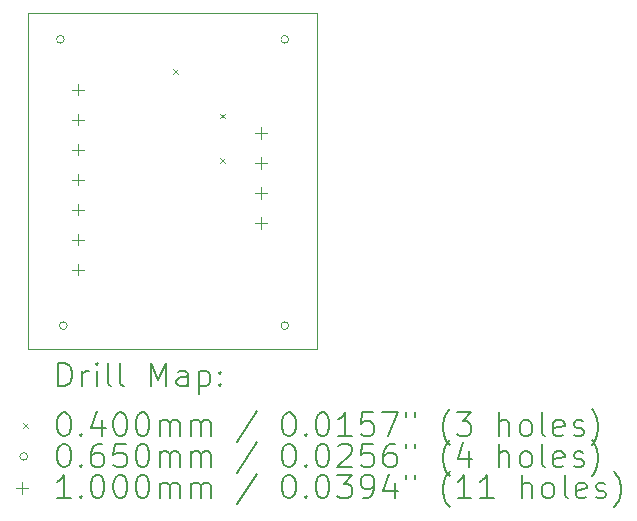
<source format=gbr>
%TF.GenerationSoftware,KiCad,Pcbnew,8.0.01-1-dev-1e03266dfe*%
%TF.CreationDate,2024-03-02T01:48:11-08:00*%
%TF.ProjectId,sfh7074_breakoutboard,73666837-3037-4345-9f62-7265616b6f75,rev?*%
%TF.SameCoordinates,Original*%
%TF.FileFunction,Drillmap*%
%TF.FilePolarity,Positive*%
%FSLAX45Y45*%
G04 Gerber Fmt 4.5, Leading zero omitted, Abs format (unit mm)*
G04 Created by KiCad (PCBNEW 8.0.01-1-dev-1e03266dfe) date 2024-03-02 01:48:11*
%MOMM*%
%LPD*%
G01*
G04 APERTURE LIST*
%ADD10C,0.050000*%
%ADD11C,0.200000*%
%ADD12C,0.100000*%
G04 APERTURE END LIST*
D10*
X1975000Y-1450000D02*
X4425000Y-1450000D01*
X4425000Y-4300000D01*
X1975000Y-4300000D01*
X1975000Y-1450000D01*
D11*
D12*
X3205000Y-1930000D02*
X3245000Y-1970000D01*
X3245000Y-1930000D02*
X3205000Y-1970000D01*
X3605000Y-2305000D02*
X3645000Y-2345000D01*
X3645000Y-2305000D02*
X3605000Y-2345000D01*
X3605000Y-2680000D02*
X3645000Y-2720000D01*
X3645000Y-2680000D02*
X3605000Y-2720000D01*
X2282500Y-1675000D02*
G75*
G02*
X2217500Y-1675000I-32500J0D01*
G01*
X2217500Y-1675000D02*
G75*
G02*
X2282500Y-1675000I32500J0D01*
G01*
X2307500Y-4100000D02*
G75*
G02*
X2242500Y-4100000I-32500J0D01*
G01*
X2242500Y-4100000D02*
G75*
G02*
X2307500Y-4100000I32500J0D01*
G01*
X4182500Y-1675000D02*
G75*
G02*
X4117500Y-1675000I-32500J0D01*
G01*
X4117500Y-1675000D02*
G75*
G02*
X4182500Y-1675000I32500J0D01*
G01*
X4182500Y-4100000D02*
G75*
G02*
X4117500Y-4100000I-32500J0D01*
G01*
X4117500Y-4100000D02*
G75*
G02*
X4182500Y-4100000I32500J0D01*
G01*
X2400000Y-2050000D02*
X2400000Y-2150000D01*
X2350000Y-2100000D02*
X2450000Y-2100000D01*
X2400000Y-2304000D02*
X2400000Y-2404000D01*
X2350000Y-2354000D02*
X2450000Y-2354000D01*
X2400000Y-2558000D02*
X2400000Y-2658000D01*
X2350000Y-2608000D02*
X2450000Y-2608000D01*
X2400000Y-2812000D02*
X2400000Y-2912000D01*
X2350000Y-2862000D02*
X2450000Y-2862000D01*
X2400000Y-3066000D02*
X2400000Y-3166000D01*
X2350000Y-3116000D02*
X2450000Y-3116000D01*
X2400000Y-3320000D02*
X2400000Y-3420000D01*
X2350000Y-3370000D02*
X2450000Y-3370000D01*
X2400000Y-3574000D02*
X2400000Y-3674000D01*
X2350000Y-3624000D02*
X2450000Y-3624000D01*
X3950000Y-2415000D02*
X3950000Y-2515000D01*
X3900000Y-2465000D02*
X4000000Y-2465000D01*
X3950000Y-2669000D02*
X3950000Y-2769000D01*
X3900000Y-2719000D02*
X4000000Y-2719000D01*
X3950000Y-2923000D02*
X3950000Y-3023000D01*
X3900000Y-2973000D02*
X4000000Y-2973000D01*
X3950000Y-3177000D02*
X3950000Y-3277000D01*
X3900000Y-3227000D02*
X4000000Y-3227000D01*
D11*
X2233277Y-4613984D02*
X2233277Y-4413984D01*
X2233277Y-4413984D02*
X2280896Y-4413984D01*
X2280896Y-4413984D02*
X2309467Y-4423508D01*
X2309467Y-4423508D02*
X2328515Y-4442555D01*
X2328515Y-4442555D02*
X2338039Y-4461603D01*
X2338039Y-4461603D02*
X2347563Y-4499698D01*
X2347563Y-4499698D02*
X2347563Y-4528270D01*
X2347563Y-4528270D02*
X2338039Y-4566365D01*
X2338039Y-4566365D02*
X2328515Y-4585412D01*
X2328515Y-4585412D02*
X2309467Y-4604460D01*
X2309467Y-4604460D02*
X2280896Y-4613984D01*
X2280896Y-4613984D02*
X2233277Y-4613984D01*
X2433277Y-4613984D02*
X2433277Y-4480650D01*
X2433277Y-4518746D02*
X2442801Y-4499698D01*
X2442801Y-4499698D02*
X2452324Y-4490174D01*
X2452324Y-4490174D02*
X2471372Y-4480650D01*
X2471372Y-4480650D02*
X2490420Y-4480650D01*
X2557086Y-4613984D02*
X2557086Y-4480650D01*
X2557086Y-4413984D02*
X2547563Y-4423508D01*
X2547563Y-4423508D02*
X2557086Y-4433031D01*
X2557086Y-4433031D02*
X2566610Y-4423508D01*
X2566610Y-4423508D02*
X2557086Y-4413984D01*
X2557086Y-4413984D02*
X2557086Y-4433031D01*
X2680896Y-4613984D02*
X2661848Y-4604460D01*
X2661848Y-4604460D02*
X2652324Y-4585412D01*
X2652324Y-4585412D02*
X2652324Y-4413984D01*
X2785658Y-4613984D02*
X2766610Y-4604460D01*
X2766610Y-4604460D02*
X2757086Y-4585412D01*
X2757086Y-4585412D02*
X2757086Y-4413984D01*
X3014229Y-4613984D02*
X3014229Y-4413984D01*
X3014229Y-4413984D02*
X3080896Y-4556841D01*
X3080896Y-4556841D02*
X3147562Y-4413984D01*
X3147562Y-4413984D02*
X3147562Y-4613984D01*
X3328515Y-4613984D02*
X3328515Y-4509222D01*
X3328515Y-4509222D02*
X3318991Y-4490174D01*
X3318991Y-4490174D02*
X3299943Y-4480650D01*
X3299943Y-4480650D02*
X3261848Y-4480650D01*
X3261848Y-4480650D02*
X3242801Y-4490174D01*
X3328515Y-4604460D02*
X3309467Y-4613984D01*
X3309467Y-4613984D02*
X3261848Y-4613984D01*
X3261848Y-4613984D02*
X3242801Y-4604460D01*
X3242801Y-4604460D02*
X3233277Y-4585412D01*
X3233277Y-4585412D02*
X3233277Y-4566365D01*
X3233277Y-4566365D02*
X3242801Y-4547317D01*
X3242801Y-4547317D02*
X3261848Y-4537793D01*
X3261848Y-4537793D02*
X3309467Y-4537793D01*
X3309467Y-4537793D02*
X3328515Y-4528270D01*
X3423753Y-4480650D02*
X3423753Y-4680650D01*
X3423753Y-4490174D02*
X3442801Y-4480650D01*
X3442801Y-4480650D02*
X3480896Y-4480650D01*
X3480896Y-4480650D02*
X3499943Y-4490174D01*
X3499943Y-4490174D02*
X3509467Y-4499698D01*
X3509467Y-4499698D02*
X3518991Y-4518746D01*
X3518991Y-4518746D02*
X3518991Y-4575889D01*
X3518991Y-4575889D02*
X3509467Y-4594936D01*
X3509467Y-4594936D02*
X3499943Y-4604460D01*
X3499943Y-4604460D02*
X3480896Y-4613984D01*
X3480896Y-4613984D02*
X3442801Y-4613984D01*
X3442801Y-4613984D02*
X3423753Y-4604460D01*
X3604705Y-4594936D02*
X3614229Y-4604460D01*
X3614229Y-4604460D02*
X3604705Y-4613984D01*
X3604705Y-4613984D02*
X3595182Y-4604460D01*
X3595182Y-4604460D02*
X3604705Y-4594936D01*
X3604705Y-4594936D02*
X3604705Y-4613984D01*
X3604705Y-4490174D02*
X3614229Y-4499698D01*
X3614229Y-4499698D02*
X3604705Y-4509222D01*
X3604705Y-4509222D02*
X3595182Y-4499698D01*
X3595182Y-4499698D02*
X3604705Y-4490174D01*
X3604705Y-4490174D02*
X3604705Y-4509222D01*
D12*
X1932500Y-4922500D02*
X1972500Y-4962500D01*
X1972500Y-4922500D02*
X1932500Y-4962500D01*
D11*
X2271372Y-4833984D02*
X2290420Y-4833984D01*
X2290420Y-4833984D02*
X2309467Y-4843508D01*
X2309467Y-4843508D02*
X2318991Y-4853031D01*
X2318991Y-4853031D02*
X2328515Y-4872079D01*
X2328515Y-4872079D02*
X2338039Y-4910174D01*
X2338039Y-4910174D02*
X2338039Y-4957793D01*
X2338039Y-4957793D02*
X2328515Y-4995889D01*
X2328515Y-4995889D02*
X2318991Y-5014936D01*
X2318991Y-5014936D02*
X2309467Y-5024460D01*
X2309467Y-5024460D02*
X2290420Y-5033984D01*
X2290420Y-5033984D02*
X2271372Y-5033984D01*
X2271372Y-5033984D02*
X2252324Y-5024460D01*
X2252324Y-5024460D02*
X2242801Y-5014936D01*
X2242801Y-5014936D02*
X2233277Y-4995889D01*
X2233277Y-4995889D02*
X2223753Y-4957793D01*
X2223753Y-4957793D02*
X2223753Y-4910174D01*
X2223753Y-4910174D02*
X2233277Y-4872079D01*
X2233277Y-4872079D02*
X2242801Y-4853031D01*
X2242801Y-4853031D02*
X2252324Y-4843508D01*
X2252324Y-4843508D02*
X2271372Y-4833984D01*
X2423753Y-5014936D02*
X2433277Y-5024460D01*
X2433277Y-5024460D02*
X2423753Y-5033984D01*
X2423753Y-5033984D02*
X2414229Y-5024460D01*
X2414229Y-5024460D02*
X2423753Y-5014936D01*
X2423753Y-5014936D02*
X2423753Y-5033984D01*
X2604705Y-4900650D02*
X2604705Y-5033984D01*
X2557086Y-4824460D02*
X2509467Y-4967317D01*
X2509467Y-4967317D02*
X2633277Y-4967317D01*
X2747563Y-4833984D02*
X2766610Y-4833984D01*
X2766610Y-4833984D02*
X2785658Y-4843508D01*
X2785658Y-4843508D02*
X2795182Y-4853031D01*
X2795182Y-4853031D02*
X2804705Y-4872079D01*
X2804705Y-4872079D02*
X2814229Y-4910174D01*
X2814229Y-4910174D02*
X2814229Y-4957793D01*
X2814229Y-4957793D02*
X2804705Y-4995889D01*
X2804705Y-4995889D02*
X2795182Y-5014936D01*
X2795182Y-5014936D02*
X2785658Y-5024460D01*
X2785658Y-5024460D02*
X2766610Y-5033984D01*
X2766610Y-5033984D02*
X2747563Y-5033984D01*
X2747563Y-5033984D02*
X2728515Y-5024460D01*
X2728515Y-5024460D02*
X2718991Y-5014936D01*
X2718991Y-5014936D02*
X2709467Y-4995889D01*
X2709467Y-4995889D02*
X2699944Y-4957793D01*
X2699944Y-4957793D02*
X2699944Y-4910174D01*
X2699944Y-4910174D02*
X2709467Y-4872079D01*
X2709467Y-4872079D02*
X2718991Y-4853031D01*
X2718991Y-4853031D02*
X2728515Y-4843508D01*
X2728515Y-4843508D02*
X2747563Y-4833984D01*
X2938039Y-4833984D02*
X2957086Y-4833984D01*
X2957086Y-4833984D02*
X2976134Y-4843508D01*
X2976134Y-4843508D02*
X2985658Y-4853031D01*
X2985658Y-4853031D02*
X2995182Y-4872079D01*
X2995182Y-4872079D02*
X3004705Y-4910174D01*
X3004705Y-4910174D02*
X3004705Y-4957793D01*
X3004705Y-4957793D02*
X2995182Y-4995889D01*
X2995182Y-4995889D02*
X2985658Y-5014936D01*
X2985658Y-5014936D02*
X2976134Y-5024460D01*
X2976134Y-5024460D02*
X2957086Y-5033984D01*
X2957086Y-5033984D02*
X2938039Y-5033984D01*
X2938039Y-5033984D02*
X2918991Y-5024460D01*
X2918991Y-5024460D02*
X2909467Y-5014936D01*
X2909467Y-5014936D02*
X2899943Y-4995889D01*
X2899943Y-4995889D02*
X2890420Y-4957793D01*
X2890420Y-4957793D02*
X2890420Y-4910174D01*
X2890420Y-4910174D02*
X2899943Y-4872079D01*
X2899943Y-4872079D02*
X2909467Y-4853031D01*
X2909467Y-4853031D02*
X2918991Y-4843508D01*
X2918991Y-4843508D02*
X2938039Y-4833984D01*
X3090420Y-5033984D02*
X3090420Y-4900650D01*
X3090420Y-4919698D02*
X3099943Y-4910174D01*
X3099943Y-4910174D02*
X3118991Y-4900650D01*
X3118991Y-4900650D02*
X3147563Y-4900650D01*
X3147563Y-4900650D02*
X3166610Y-4910174D01*
X3166610Y-4910174D02*
X3176134Y-4929222D01*
X3176134Y-4929222D02*
X3176134Y-5033984D01*
X3176134Y-4929222D02*
X3185658Y-4910174D01*
X3185658Y-4910174D02*
X3204705Y-4900650D01*
X3204705Y-4900650D02*
X3233277Y-4900650D01*
X3233277Y-4900650D02*
X3252324Y-4910174D01*
X3252324Y-4910174D02*
X3261848Y-4929222D01*
X3261848Y-4929222D02*
X3261848Y-5033984D01*
X3357086Y-5033984D02*
X3357086Y-4900650D01*
X3357086Y-4919698D02*
X3366610Y-4910174D01*
X3366610Y-4910174D02*
X3385658Y-4900650D01*
X3385658Y-4900650D02*
X3414229Y-4900650D01*
X3414229Y-4900650D02*
X3433277Y-4910174D01*
X3433277Y-4910174D02*
X3442801Y-4929222D01*
X3442801Y-4929222D02*
X3442801Y-5033984D01*
X3442801Y-4929222D02*
X3452324Y-4910174D01*
X3452324Y-4910174D02*
X3471372Y-4900650D01*
X3471372Y-4900650D02*
X3499943Y-4900650D01*
X3499943Y-4900650D02*
X3518991Y-4910174D01*
X3518991Y-4910174D02*
X3528515Y-4929222D01*
X3528515Y-4929222D02*
X3528515Y-5033984D01*
X3918991Y-4824460D02*
X3747563Y-5081603D01*
X4176134Y-4833984D02*
X4195182Y-4833984D01*
X4195182Y-4833984D02*
X4214229Y-4843508D01*
X4214229Y-4843508D02*
X4223753Y-4853031D01*
X4223753Y-4853031D02*
X4233277Y-4872079D01*
X4233277Y-4872079D02*
X4242801Y-4910174D01*
X4242801Y-4910174D02*
X4242801Y-4957793D01*
X4242801Y-4957793D02*
X4233277Y-4995889D01*
X4233277Y-4995889D02*
X4223753Y-5014936D01*
X4223753Y-5014936D02*
X4214229Y-5024460D01*
X4214229Y-5024460D02*
X4195182Y-5033984D01*
X4195182Y-5033984D02*
X4176134Y-5033984D01*
X4176134Y-5033984D02*
X4157086Y-5024460D01*
X4157086Y-5024460D02*
X4147563Y-5014936D01*
X4147563Y-5014936D02*
X4138039Y-4995889D01*
X4138039Y-4995889D02*
X4128515Y-4957793D01*
X4128515Y-4957793D02*
X4128515Y-4910174D01*
X4128515Y-4910174D02*
X4138039Y-4872079D01*
X4138039Y-4872079D02*
X4147563Y-4853031D01*
X4147563Y-4853031D02*
X4157086Y-4843508D01*
X4157086Y-4843508D02*
X4176134Y-4833984D01*
X4328515Y-5014936D02*
X4338039Y-5024460D01*
X4338039Y-5024460D02*
X4328515Y-5033984D01*
X4328515Y-5033984D02*
X4318991Y-5024460D01*
X4318991Y-5024460D02*
X4328515Y-5014936D01*
X4328515Y-5014936D02*
X4328515Y-5033984D01*
X4461848Y-4833984D02*
X4480896Y-4833984D01*
X4480896Y-4833984D02*
X4499944Y-4843508D01*
X4499944Y-4843508D02*
X4509468Y-4853031D01*
X4509468Y-4853031D02*
X4518991Y-4872079D01*
X4518991Y-4872079D02*
X4528515Y-4910174D01*
X4528515Y-4910174D02*
X4528515Y-4957793D01*
X4528515Y-4957793D02*
X4518991Y-4995889D01*
X4518991Y-4995889D02*
X4509468Y-5014936D01*
X4509468Y-5014936D02*
X4499944Y-5024460D01*
X4499944Y-5024460D02*
X4480896Y-5033984D01*
X4480896Y-5033984D02*
X4461848Y-5033984D01*
X4461848Y-5033984D02*
X4442801Y-5024460D01*
X4442801Y-5024460D02*
X4433277Y-5014936D01*
X4433277Y-5014936D02*
X4423753Y-4995889D01*
X4423753Y-4995889D02*
X4414229Y-4957793D01*
X4414229Y-4957793D02*
X4414229Y-4910174D01*
X4414229Y-4910174D02*
X4423753Y-4872079D01*
X4423753Y-4872079D02*
X4433277Y-4853031D01*
X4433277Y-4853031D02*
X4442801Y-4843508D01*
X4442801Y-4843508D02*
X4461848Y-4833984D01*
X4718991Y-5033984D02*
X4604706Y-5033984D01*
X4661848Y-5033984D02*
X4661848Y-4833984D01*
X4661848Y-4833984D02*
X4642801Y-4862555D01*
X4642801Y-4862555D02*
X4623753Y-4881603D01*
X4623753Y-4881603D02*
X4604706Y-4891127D01*
X4899944Y-4833984D02*
X4804706Y-4833984D01*
X4804706Y-4833984D02*
X4795182Y-4929222D01*
X4795182Y-4929222D02*
X4804706Y-4919698D01*
X4804706Y-4919698D02*
X4823753Y-4910174D01*
X4823753Y-4910174D02*
X4871372Y-4910174D01*
X4871372Y-4910174D02*
X4890420Y-4919698D01*
X4890420Y-4919698D02*
X4899944Y-4929222D01*
X4899944Y-4929222D02*
X4909468Y-4948270D01*
X4909468Y-4948270D02*
X4909468Y-4995889D01*
X4909468Y-4995889D02*
X4899944Y-5014936D01*
X4899944Y-5014936D02*
X4890420Y-5024460D01*
X4890420Y-5024460D02*
X4871372Y-5033984D01*
X4871372Y-5033984D02*
X4823753Y-5033984D01*
X4823753Y-5033984D02*
X4804706Y-5024460D01*
X4804706Y-5024460D02*
X4795182Y-5014936D01*
X4976134Y-4833984D02*
X5109468Y-4833984D01*
X5109468Y-4833984D02*
X5023753Y-5033984D01*
X5176134Y-4833984D02*
X5176134Y-4872079D01*
X5252325Y-4833984D02*
X5252325Y-4872079D01*
X5547563Y-5110174D02*
X5538039Y-5100650D01*
X5538039Y-5100650D02*
X5518991Y-5072079D01*
X5518991Y-5072079D02*
X5509468Y-5053031D01*
X5509468Y-5053031D02*
X5499944Y-5024460D01*
X5499944Y-5024460D02*
X5490420Y-4976841D01*
X5490420Y-4976841D02*
X5490420Y-4938746D01*
X5490420Y-4938746D02*
X5499944Y-4891127D01*
X5499944Y-4891127D02*
X5509468Y-4862555D01*
X5509468Y-4862555D02*
X5518991Y-4843508D01*
X5518991Y-4843508D02*
X5538039Y-4814936D01*
X5538039Y-4814936D02*
X5547563Y-4805412D01*
X5604706Y-4833984D02*
X5728515Y-4833984D01*
X5728515Y-4833984D02*
X5661848Y-4910174D01*
X5661848Y-4910174D02*
X5690420Y-4910174D01*
X5690420Y-4910174D02*
X5709468Y-4919698D01*
X5709468Y-4919698D02*
X5718991Y-4929222D01*
X5718991Y-4929222D02*
X5728515Y-4948270D01*
X5728515Y-4948270D02*
X5728515Y-4995889D01*
X5728515Y-4995889D02*
X5718991Y-5014936D01*
X5718991Y-5014936D02*
X5709468Y-5024460D01*
X5709468Y-5024460D02*
X5690420Y-5033984D01*
X5690420Y-5033984D02*
X5633277Y-5033984D01*
X5633277Y-5033984D02*
X5614229Y-5024460D01*
X5614229Y-5024460D02*
X5604706Y-5014936D01*
X5966610Y-5033984D02*
X5966610Y-4833984D01*
X6052325Y-5033984D02*
X6052325Y-4929222D01*
X6052325Y-4929222D02*
X6042801Y-4910174D01*
X6042801Y-4910174D02*
X6023753Y-4900650D01*
X6023753Y-4900650D02*
X5995182Y-4900650D01*
X5995182Y-4900650D02*
X5976134Y-4910174D01*
X5976134Y-4910174D02*
X5966610Y-4919698D01*
X6176134Y-5033984D02*
X6157087Y-5024460D01*
X6157087Y-5024460D02*
X6147563Y-5014936D01*
X6147563Y-5014936D02*
X6138039Y-4995889D01*
X6138039Y-4995889D02*
X6138039Y-4938746D01*
X6138039Y-4938746D02*
X6147563Y-4919698D01*
X6147563Y-4919698D02*
X6157087Y-4910174D01*
X6157087Y-4910174D02*
X6176134Y-4900650D01*
X6176134Y-4900650D02*
X6204706Y-4900650D01*
X6204706Y-4900650D02*
X6223753Y-4910174D01*
X6223753Y-4910174D02*
X6233277Y-4919698D01*
X6233277Y-4919698D02*
X6242801Y-4938746D01*
X6242801Y-4938746D02*
X6242801Y-4995889D01*
X6242801Y-4995889D02*
X6233277Y-5014936D01*
X6233277Y-5014936D02*
X6223753Y-5024460D01*
X6223753Y-5024460D02*
X6204706Y-5033984D01*
X6204706Y-5033984D02*
X6176134Y-5033984D01*
X6357087Y-5033984D02*
X6338039Y-5024460D01*
X6338039Y-5024460D02*
X6328515Y-5005412D01*
X6328515Y-5005412D02*
X6328515Y-4833984D01*
X6509468Y-5024460D02*
X6490420Y-5033984D01*
X6490420Y-5033984D02*
X6452325Y-5033984D01*
X6452325Y-5033984D02*
X6433277Y-5024460D01*
X6433277Y-5024460D02*
X6423753Y-5005412D01*
X6423753Y-5005412D02*
X6423753Y-4929222D01*
X6423753Y-4929222D02*
X6433277Y-4910174D01*
X6433277Y-4910174D02*
X6452325Y-4900650D01*
X6452325Y-4900650D02*
X6490420Y-4900650D01*
X6490420Y-4900650D02*
X6509468Y-4910174D01*
X6509468Y-4910174D02*
X6518991Y-4929222D01*
X6518991Y-4929222D02*
X6518991Y-4948270D01*
X6518991Y-4948270D02*
X6423753Y-4967317D01*
X6595182Y-5024460D02*
X6614230Y-5033984D01*
X6614230Y-5033984D02*
X6652325Y-5033984D01*
X6652325Y-5033984D02*
X6671372Y-5024460D01*
X6671372Y-5024460D02*
X6680896Y-5005412D01*
X6680896Y-5005412D02*
X6680896Y-4995889D01*
X6680896Y-4995889D02*
X6671372Y-4976841D01*
X6671372Y-4976841D02*
X6652325Y-4967317D01*
X6652325Y-4967317D02*
X6623753Y-4967317D01*
X6623753Y-4967317D02*
X6604706Y-4957793D01*
X6604706Y-4957793D02*
X6595182Y-4938746D01*
X6595182Y-4938746D02*
X6595182Y-4929222D01*
X6595182Y-4929222D02*
X6604706Y-4910174D01*
X6604706Y-4910174D02*
X6623753Y-4900650D01*
X6623753Y-4900650D02*
X6652325Y-4900650D01*
X6652325Y-4900650D02*
X6671372Y-4910174D01*
X6747563Y-5110174D02*
X6757087Y-5100650D01*
X6757087Y-5100650D02*
X6776134Y-5072079D01*
X6776134Y-5072079D02*
X6785658Y-5053031D01*
X6785658Y-5053031D02*
X6795182Y-5024460D01*
X6795182Y-5024460D02*
X6804706Y-4976841D01*
X6804706Y-4976841D02*
X6804706Y-4938746D01*
X6804706Y-4938746D02*
X6795182Y-4891127D01*
X6795182Y-4891127D02*
X6785658Y-4862555D01*
X6785658Y-4862555D02*
X6776134Y-4843508D01*
X6776134Y-4843508D02*
X6757087Y-4814936D01*
X6757087Y-4814936D02*
X6747563Y-4805412D01*
D12*
X1972500Y-5206500D02*
G75*
G02*
X1907500Y-5206500I-32500J0D01*
G01*
X1907500Y-5206500D02*
G75*
G02*
X1972500Y-5206500I32500J0D01*
G01*
D11*
X2271372Y-5097984D02*
X2290420Y-5097984D01*
X2290420Y-5097984D02*
X2309467Y-5107508D01*
X2309467Y-5107508D02*
X2318991Y-5117031D01*
X2318991Y-5117031D02*
X2328515Y-5136079D01*
X2328515Y-5136079D02*
X2338039Y-5174174D01*
X2338039Y-5174174D02*
X2338039Y-5221793D01*
X2338039Y-5221793D02*
X2328515Y-5259889D01*
X2328515Y-5259889D02*
X2318991Y-5278936D01*
X2318991Y-5278936D02*
X2309467Y-5288460D01*
X2309467Y-5288460D02*
X2290420Y-5297984D01*
X2290420Y-5297984D02*
X2271372Y-5297984D01*
X2271372Y-5297984D02*
X2252324Y-5288460D01*
X2252324Y-5288460D02*
X2242801Y-5278936D01*
X2242801Y-5278936D02*
X2233277Y-5259889D01*
X2233277Y-5259889D02*
X2223753Y-5221793D01*
X2223753Y-5221793D02*
X2223753Y-5174174D01*
X2223753Y-5174174D02*
X2233277Y-5136079D01*
X2233277Y-5136079D02*
X2242801Y-5117031D01*
X2242801Y-5117031D02*
X2252324Y-5107508D01*
X2252324Y-5107508D02*
X2271372Y-5097984D01*
X2423753Y-5278936D02*
X2433277Y-5288460D01*
X2433277Y-5288460D02*
X2423753Y-5297984D01*
X2423753Y-5297984D02*
X2414229Y-5288460D01*
X2414229Y-5288460D02*
X2423753Y-5278936D01*
X2423753Y-5278936D02*
X2423753Y-5297984D01*
X2604705Y-5097984D02*
X2566610Y-5097984D01*
X2566610Y-5097984D02*
X2547563Y-5107508D01*
X2547563Y-5107508D02*
X2538039Y-5117031D01*
X2538039Y-5117031D02*
X2518991Y-5145603D01*
X2518991Y-5145603D02*
X2509467Y-5183698D01*
X2509467Y-5183698D02*
X2509467Y-5259889D01*
X2509467Y-5259889D02*
X2518991Y-5278936D01*
X2518991Y-5278936D02*
X2528515Y-5288460D01*
X2528515Y-5288460D02*
X2547563Y-5297984D01*
X2547563Y-5297984D02*
X2585658Y-5297984D01*
X2585658Y-5297984D02*
X2604705Y-5288460D01*
X2604705Y-5288460D02*
X2614229Y-5278936D01*
X2614229Y-5278936D02*
X2623753Y-5259889D01*
X2623753Y-5259889D02*
X2623753Y-5212270D01*
X2623753Y-5212270D02*
X2614229Y-5193222D01*
X2614229Y-5193222D02*
X2604705Y-5183698D01*
X2604705Y-5183698D02*
X2585658Y-5174174D01*
X2585658Y-5174174D02*
X2547563Y-5174174D01*
X2547563Y-5174174D02*
X2528515Y-5183698D01*
X2528515Y-5183698D02*
X2518991Y-5193222D01*
X2518991Y-5193222D02*
X2509467Y-5212270D01*
X2804705Y-5097984D02*
X2709467Y-5097984D01*
X2709467Y-5097984D02*
X2699944Y-5193222D01*
X2699944Y-5193222D02*
X2709467Y-5183698D01*
X2709467Y-5183698D02*
X2728515Y-5174174D01*
X2728515Y-5174174D02*
X2776134Y-5174174D01*
X2776134Y-5174174D02*
X2795182Y-5183698D01*
X2795182Y-5183698D02*
X2804705Y-5193222D01*
X2804705Y-5193222D02*
X2814229Y-5212270D01*
X2814229Y-5212270D02*
X2814229Y-5259889D01*
X2814229Y-5259889D02*
X2804705Y-5278936D01*
X2804705Y-5278936D02*
X2795182Y-5288460D01*
X2795182Y-5288460D02*
X2776134Y-5297984D01*
X2776134Y-5297984D02*
X2728515Y-5297984D01*
X2728515Y-5297984D02*
X2709467Y-5288460D01*
X2709467Y-5288460D02*
X2699944Y-5278936D01*
X2938039Y-5097984D02*
X2957086Y-5097984D01*
X2957086Y-5097984D02*
X2976134Y-5107508D01*
X2976134Y-5107508D02*
X2985658Y-5117031D01*
X2985658Y-5117031D02*
X2995182Y-5136079D01*
X2995182Y-5136079D02*
X3004705Y-5174174D01*
X3004705Y-5174174D02*
X3004705Y-5221793D01*
X3004705Y-5221793D02*
X2995182Y-5259889D01*
X2995182Y-5259889D02*
X2985658Y-5278936D01*
X2985658Y-5278936D02*
X2976134Y-5288460D01*
X2976134Y-5288460D02*
X2957086Y-5297984D01*
X2957086Y-5297984D02*
X2938039Y-5297984D01*
X2938039Y-5297984D02*
X2918991Y-5288460D01*
X2918991Y-5288460D02*
X2909467Y-5278936D01*
X2909467Y-5278936D02*
X2899943Y-5259889D01*
X2899943Y-5259889D02*
X2890420Y-5221793D01*
X2890420Y-5221793D02*
X2890420Y-5174174D01*
X2890420Y-5174174D02*
X2899943Y-5136079D01*
X2899943Y-5136079D02*
X2909467Y-5117031D01*
X2909467Y-5117031D02*
X2918991Y-5107508D01*
X2918991Y-5107508D02*
X2938039Y-5097984D01*
X3090420Y-5297984D02*
X3090420Y-5164650D01*
X3090420Y-5183698D02*
X3099943Y-5174174D01*
X3099943Y-5174174D02*
X3118991Y-5164650D01*
X3118991Y-5164650D02*
X3147563Y-5164650D01*
X3147563Y-5164650D02*
X3166610Y-5174174D01*
X3166610Y-5174174D02*
X3176134Y-5193222D01*
X3176134Y-5193222D02*
X3176134Y-5297984D01*
X3176134Y-5193222D02*
X3185658Y-5174174D01*
X3185658Y-5174174D02*
X3204705Y-5164650D01*
X3204705Y-5164650D02*
X3233277Y-5164650D01*
X3233277Y-5164650D02*
X3252324Y-5174174D01*
X3252324Y-5174174D02*
X3261848Y-5193222D01*
X3261848Y-5193222D02*
X3261848Y-5297984D01*
X3357086Y-5297984D02*
X3357086Y-5164650D01*
X3357086Y-5183698D02*
X3366610Y-5174174D01*
X3366610Y-5174174D02*
X3385658Y-5164650D01*
X3385658Y-5164650D02*
X3414229Y-5164650D01*
X3414229Y-5164650D02*
X3433277Y-5174174D01*
X3433277Y-5174174D02*
X3442801Y-5193222D01*
X3442801Y-5193222D02*
X3442801Y-5297984D01*
X3442801Y-5193222D02*
X3452324Y-5174174D01*
X3452324Y-5174174D02*
X3471372Y-5164650D01*
X3471372Y-5164650D02*
X3499943Y-5164650D01*
X3499943Y-5164650D02*
X3518991Y-5174174D01*
X3518991Y-5174174D02*
X3528515Y-5193222D01*
X3528515Y-5193222D02*
X3528515Y-5297984D01*
X3918991Y-5088460D02*
X3747563Y-5345603D01*
X4176134Y-5097984D02*
X4195182Y-5097984D01*
X4195182Y-5097984D02*
X4214229Y-5107508D01*
X4214229Y-5107508D02*
X4223753Y-5117031D01*
X4223753Y-5117031D02*
X4233277Y-5136079D01*
X4233277Y-5136079D02*
X4242801Y-5174174D01*
X4242801Y-5174174D02*
X4242801Y-5221793D01*
X4242801Y-5221793D02*
X4233277Y-5259889D01*
X4233277Y-5259889D02*
X4223753Y-5278936D01*
X4223753Y-5278936D02*
X4214229Y-5288460D01*
X4214229Y-5288460D02*
X4195182Y-5297984D01*
X4195182Y-5297984D02*
X4176134Y-5297984D01*
X4176134Y-5297984D02*
X4157086Y-5288460D01*
X4157086Y-5288460D02*
X4147563Y-5278936D01*
X4147563Y-5278936D02*
X4138039Y-5259889D01*
X4138039Y-5259889D02*
X4128515Y-5221793D01*
X4128515Y-5221793D02*
X4128515Y-5174174D01*
X4128515Y-5174174D02*
X4138039Y-5136079D01*
X4138039Y-5136079D02*
X4147563Y-5117031D01*
X4147563Y-5117031D02*
X4157086Y-5107508D01*
X4157086Y-5107508D02*
X4176134Y-5097984D01*
X4328515Y-5278936D02*
X4338039Y-5288460D01*
X4338039Y-5288460D02*
X4328515Y-5297984D01*
X4328515Y-5297984D02*
X4318991Y-5288460D01*
X4318991Y-5288460D02*
X4328515Y-5278936D01*
X4328515Y-5278936D02*
X4328515Y-5297984D01*
X4461848Y-5097984D02*
X4480896Y-5097984D01*
X4480896Y-5097984D02*
X4499944Y-5107508D01*
X4499944Y-5107508D02*
X4509468Y-5117031D01*
X4509468Y-5117031D02*
X4518991Y-5136079D01*
X4518991Y-5136079D02*
X4528515Y-5174174D01*
X4528515Y-5174174D02*
X4528515Y-5221793D01*
X4528515Y-5221793D02*
X4518991Y-5259889D01*
X4518991Y-5259889D02*
X4509468Y-5278936D01*
X4509468Y-5278936D02*
X4499944Y-5288460D01*
X4499944Y-5288460D02*
X4480896Y-5297984D01*
X4480896Y-5297984D02*
X4461848Y-5297984D01*
X4461848Y-5297984D02*
X4442801Y-5288460D01*
X4442801Y-5288460D02*
X4433277Y-5278936D01*
X4433277Y-5278936D02*
X4423753Y-5259889D01*
X4423753Y-5259889D02*
X4414229Y-5221793D01*
X4414229Y-5221793D02*
X4414229Y-5174174D01*
X4414229Y-5174174D02*
X4423753Y-5136079D01*
X4423753Y-5136079D02*
X4433277Y-5117031D01*
X4433277Y-5117031D02*
X4442801Y-5107508D01*
X4442801Y-5107508D02*
X4461848Y-5097984D01*
X4604706Y-5117031D02*
X4614229Y-5107508D01*
X4614229Y-5107508D02*
X4633277Y-5097984D01*
X4633277Y-5097984D02*
X4680896Y-5097984D01*
X4680896Y-5097984D02*
X4699944Y-5107508D01*
X4699944Y-5107508D02*
X4709468Y-5117031D01*
X4709468Y-5117031D02*
X4718991Y-5136079D01*
X4718991Y-5136079D02*
X4718991Y-5155127D01*
X4718991Y-5155127D02*
X4709468Y-5183698D01*
X4709468Y-5183698D02*
X4595182Y-5297984D01*
X4595182Y-5297984D02*
X4718991Y-5297984D01*
X4899944Y-5097984D02*
X4804706Y-5097984D01*
X4804706Y-5097984D02*
X4795182Y-5193222D01*
X4795182Y-5193222D02*
X4804706Y-5183698D01*
X4804706Y-5183698D02*
X4823753Y-5174174D01*
X4823753Y-5174174D02*
X4871372Y-5174174D01*
X4871372Y-5174174D02*
X4890420Y-5183698D01*
X4890420Y-5183698D02*
X4899944Y-5193222D01*
X4899944Y-5193222D02*
X4909468Y-5212270D01*
X4909468Y-5212270D02*
X4909468Y-5259889D01*
X4909468Y-5259889D02*
X4899944Y-5278936D01*
X4899944Y-5278936D02*
X4890420Y-5288460D01*
X4890420Y-5288460D02*
X4871372Y-5297984D01*
X4871372Y-5297984D02*
X4823753Y-5297984D01*
X4823753Y-5297984D02*
X4804706Y-5288460D01*
X4804706Y-5288460D02*
X4795182Y-5278936D01*
X5080896Y-5097984D02*
X5042801Y-5097984D01*
X5042801Y-5097984D02*
X5023753Y-5107508D01*
X5023753Y-5107508D02*
X5014229Y-5117031D01*
X5014229Y-5117031D02*
X4995182Y-5145603D01*
X4995182Y-5145603D02*
X4985658Y-5183698D01*
X4985658Y-5183698D02*
X4985658Y-5259889D01*
X4985658Y-5259889D02*
X4995182Y-5278936D01*
X4995182Y-5278936D02*
X5004706Y-5288460D01*
X5004706Y-5288460D02*
X5023753Y-5297984D01*
X5023753Y-5297984D02*
X5061849Y-5297984D01*
X5061849Y-5297984D02*
X5080896Y-5288460D01*
X5080896Y-5288460D02*
X5090420Y-5278936D01*
X5090420Y-5278936D02*
X5099944Y-5259889D01*
X5099944Y-5259889D02*
X5099944Y-5212270D01*
X5099944Y-5212270D02*
X5090420Y-5193222D01*
X5090420Y-5193222D02*
X5080896Y-5183698D01*
X5080896Y-5183698D02*
X5061849Y-5174174D01*
X5061849Y-5174174D02*
X5023753Y-5174174D01*
X5023753Y-5174174D02*
X5004706Y-5183698D01*
X5004706Y-5183698D02*
X4995182Y-5193222D01*
X4995182Y-5193222D02*
X4985658Y-5212270D01*
X5176134Y-5097984D02*
X5176134Y-5136079D01*
X5252325Y-5097984D02*
X5252325Y-5136079D01*
X5547563Y-5374174D02*
X5538039Y-5364650D01*
X5538039Y-5364650D02*
X5518991Y-5336079D01*
X5518991Y-5336079D02*
X5509468Y-5317031D01*
X5509468Y-5317031D02*
X5499944Y-5288460D01*
X5499944Y-5288460D02*
X5490420Y-5240841D01*
X5490420Y-5240841D02*
X5490420Y-5202746D01*
X5490420Y-5202746D02*
X5499944Y-5155127D01*
X5499944Y-5155127D02*
X5509468Y-5126555D01*
X5509468Y-5126555D02*
X5518991Y-5107508D01*
X5518991Y-5107508D02*
X5538039Y-5078936D01*
X5538039Y-5078936D02*
X5547563Y-5069412D01*
X5709468Y-5164650D02*
X5709468Y-5297984D01*
X5661848Y-5088460D02*
X5614229Y-5231317D01*
X5614229Y-5231317D02*
X5738039Y-5231317D01*
X5966610Y-5297984D02*
X5966610Y-5097984D01*
X6052325Y-5297984D02*
X6052325Y-5193222D01*
X6052325Y-5193222D02*
X6042801Y-5174174D01*
X6042801Y-5174174D02*
X6023753Y-5164650D01*
X6023753Y-5164650D02*
X5995182Y-5164650D01*
X5995182Y-5164650D02*
X5976134Y-5174174D01*
X5976134Y-5174174D02*
X5966610Y-5183698D01*
X6176134Y-5297984D02*
X6157087Y-5288460D01*
X6157087Y-5288460D02*
X6147563Y-5278936D01*
X6147563Y-5278936D02*
X6138039Y-5259889D01*
X6138039Y-5259889D02*
X6138039Y-5202746D01*
X6138039Y-5202746D02*
X6147563Y-5183698D01*
X6147563Y-5183698D02*
X6157087Y-5174174D01*
X6157087Y-5174174D02*
X6176134Y-5164650D01*
X6176134Y-5164650D02*
X6204706Y-5164650D01*
X6204706Y-5164650D02*
X6223753Y-5174174D01*
X6223753Y-5174174D02*
X6233277Y-5183698D01*
X6233277Y-5183698D02*
X6242801Y-5202746D01*
X6242801Y-5202746D02*
X6242801Y-5259889D01*
X6242801Y-5259889D02*
X6233277Y-5278936D01*
X6233277Y-5278936D02*
X6223753Y-5288460D01*
X6223753Y-5288460D02*
X6204706Y-5297984D01*
X6204706Y-5297984D02*
X6176134Y-5297984D01*
X6357087Y-5297984D02*
X6338039Y-5288460D01*
X6338039Y-5288460D02*
X6328515Y-5269412D01*
X6328515Y-5269412D02*
X6328515Y-5097984D01*
X6509468Y-5288460D02*
X6490420Y-5297984D01*
X6490420Y-5297984D02*
X6452325Y-5297984D01*
X6452325Y-5297984D02*
X6433277Y-5288460D01*
X6433277Y-5288460D02*
X6423753Y-5269412D01*
X6423753Y-5269412D02*
X6423753Y-5193222D01*
X6423753Y-5193222D02*
X6433277Y-5174174D01*
X6433277Y-5174174D02*
X6452325Y-5164650D01*
X6452325Y-5164650D02*
X6490420Y-5164650D01*
X6490420Y-5164650D02*
X6509468Y-5174174D01*
X6509468Y-5174174D02*
X6518991Y-5193222D01*
X6518991Y-5193222D02*
X6518991Y-5212270D01*
X6518991Y-5212270D02*
X6423753Y-5231317D01*
X6595182Y-5288460D02*
X6614230Y-5297984D01*
X6614230Y-5297984D02*
X6652325Y-5297984D01*
X6652325Y-5297984D02*
X6671372Y-5288460D01*
X6671372Y-5288460D02*
X6680896Y-5269412D01*
X6680896Y-5269412D02*
X6680896Y-5259889D01*
X6680896Y-5259889D02*
X6671372Y-5240841D01*
X6671372Y-5240841D02*
X6652325Y-5231317D01*
X6652325Y-5231317D02*
X6623753Y-5231317D01*
X6623753Y-5231317D02*
X6604706Y-5221793D01*
X6604706Y-5221793D02*
X6595182Y-5202746D01*
X6595182Y-5202746D02*
X6595182Y-5193222D01*
X6595182Y-5193222D02*
X6604706Y-5174174D01*
X6604706Y-5174174D02*
X6623753Y-5164650D01*
X6623753Y-5164650D02*
X6652325Y-5164650D01*
X6652325Y-5164650D02*
X6671372Y-5174174D01*
X6747563Y-5374174D02*
X6757087Y-5364650D01*
X6757087Y-5364650D02*
X6776134Y-5336079D01*
X6776134Y-5336079D02*
X6785658Y-5317031D01*
X6785658Y-5317031D02*
X6795182Y-5288460D01*
X6795182Y-5288460D02*
X6804706Y-5240841D01*
X6804706Y-5240841D02*
X6804706Y-5202746D01*
X6804706Y-5202746D02*
X6795182Y-5155127D01*
X6795182Y-5155127D02*
X6785658Y-5126555D01*
X6785658Y-5126555D02*
X6776134Y-5107508D01*
X6776134Y-5107508D02*
X6757087Y-5078936D01*
X6757087Y-5078936D02*
X6747563Y-5069412D01*
D12*
X1922500Y-5420500D02*
X1922500Y-5520500D01*
X1872500Y-5470500D02*
X1972500Y-5470500D01*
D11*
X2338039Y-5561984D02*
X2223753Y-5561984D01*
X2280896Y-5561984D02*
X2280896Y-5361984D01*
X2280896Y-5361984D02*
X2261848Y-5390555D01*
X2261848Y-5390555D02*
X2242801Y-5409603D01*
X2242801Y-5409603D02*
X2223753Y-5419127D01*
X2423753Y-5542936D02*
X2433277Y-5552460D01*
X2433277Y-5552460D02*
X2423753Y-5561984D01*
X2423753Y-5561984D02*
X2414229Y-5552460D01*
X2414229Y-5552460D02*
X2423753Y-5542936D01*
X2423753Y-5542936D02*
X2423753Y-5561984D01*
X2557086Y-5361984D02*
X2576134Y-5361984D01*
X2576134Y-5361984D02*
X2595182Y-5371508D01*
X2595182Y-5371508D02*
X2604705Y-5381031D01*
X2604705Y-5381031D02*
X2614229Y-5400079D01*
X2614229Y-5400079D02*
X2623753Y-5438174D01*
X2623753Y-5438174D02*
X2623753Y-5485793D01*
X2623753Y-5485793D02*
X2614229Y-5523889D01*
X2614229Y-5523889D02*
X2604705Y-5542936D01*
X2604705Y-5542936D02*
X2595182Y-5552460D01*
X2595182Y-5552460D02*
X2576134Y-5561984D01*
X2576134Y-5561984D02*
X2557086Y-5561984D01*
X2557086Y-5561984D02*
X2538039Y-5552460D01*
X2538039Y-5552460D02*
X2528515Y-5542936D01*
X2528515Y-5542936D02*
X2518991Y-5523889D01*
X2518991Y-5523889D02*
X2509467Y-5485793D01*
X2509467Y-5485793D02*
X2509467Y-5438174D01*
X2509467Y-5438174D02*
X2518991Y-5400079D01*
X2518991Y-5400079D02*
X2528515Y-5381031D01*
X2528515Y-5381031D02*
X2538039Y-5371508D01*
X2538039Y-5371508D02*
X2557086Y-5361984D01*
X2747563Y-5361984D02*
X2766610Y-5361984D01*
X2766610Y-5361984D02*
X2785658Y-5371508D01*
X2785658Y-5371508D02*
X2795182Y-5381031D01*
X2795182Y-5381031D02*
X2804705Y-5400079D01*
X2804705Y-5400079D02*
X2814229Y-5438174D01*
X2814229Y-5438174D02*
X2814229Y-5485793D01*
X2814229Y-5485793D02*
X2804705Y-5523889D01*
X2804705Y-5523889D02*
X2795182Y-5542936D01*
X2795182Y-5542936D02*
X2785658Y-5552460D01*
X2785658Y-5552460D02*
X2766610Y-5561984D01*
X2766610Y-5561984D02*
X2747563Y-5561984D01*
X2747563Y-5561984D02*
X2728515Y-5552460D01*
X2728515Y-5552460D02*
X2718991Y-5542936D01*
X2718991Y-5542936D02*
X2709467Y-5523889D01*
X2709467Y-5523889D02*
X2699944Y-5485793D01*
X2699944Y-5485793D02*
X2699944Y-5438174D01*
X2699944Y-5438174D02*
X2709467Y-5400079D01*
X2709467Y-5400079D02*
X2718991Y-5381031D01*
X2718991Y-5381031D02*
X2728515Y-5371508D01*
X2728515Y-5371508D02*
X2747563Y-5361984D01*
X2938039Y-5361984D02*
X2957086Y-5361984D01*
X2957086Y-5361984D02*
X2976134Y-5371508D01*
X2976134Y-5371508D02*
X2985658Y-5381031D01*
X2985658Y-5381031D02*
X2995182Y-5400079D01*
X2995182Y-5400079D02*
X3004705Y-5438174D01*
X3004705Y-5438174D02*
X3004705Y-5485793D01*
X3004705Y-5485793D02*
X2995182Y-5523889D01*
X2995182Y-5523889D02*
X2985658Y-5542936D01*
X2985658Y-5542936D02*
X2976134Y-5552460D01*
X2976134Y-5552460D02*
X2957086Y-5561984D01*
X2957086Y-5561984D02*
X2938039Y-5561984D01*
X2938039Y-5561984D02*
X2918991Y-5552460D01*
X2918991Y-5552460D02*
X2909467Y-5542936D01*
X2909467Y-5542936D02*
X2899943Y-5523889D01*
X2899943Y-5523889D02*
X2890420Y-5485793D01*
X2890420Y-5485793D02*
X2890420Y-5438174D01*
X2890420Y-5438174D02*
X2899943Y-5400079D01*
X2899943Y-5400079D02*
X2909467Y-5381031D01*
X2909467Y-5381031D02*
X2918991Y-5371508D01*
X2918991Y-5371508D02*
X2938039Y-5361984D01*
X3090420Y-5561984D02*
X3090420Y-5428650D01*
X3090420Y-5447698D02*
X3099943Y-5438174D01*
X3099943Y-5438174D02*
X3118991Y-5428650D01*
X3118991Y-5428650D02*
X3147563Y-5428650D01*
X3147563Y-5428650D02*
X3166610Y-5438174D01*
X3166610Y-5438174D02*
X3176134Y-5457222D01*
X3176134Y-5457222D02*
X3176134Y-5561984D01*
X3176134Y-5457222D02*
X3185658Y-5438174D01*
X3185658Y-5438174D02*
X3204705Y-5428650D01*
X3204705Y-5428650D02*
X3233277Y-5428650D01*
X3233277Y-5428650D02*
X3252324Y-5438174D01*
X3252324Y-5438174D02*
X3261848Y-5457222D01*
X3261848Y-5457222D02*
X3261848Y-5561984D01*
X3357086Y-5561984D02*
X3357086Y-5428650D01*
X3357086Y-5447698D02*
X3366610Y-5438174D01*
X3366610Y-5438174D02*
X3385658Y-5428650D01*
X3385658Y-5428650D02*
X3414229Y-5428650D01*
X3414229Y-5428650D02*
X3433277Y-5438174D01*
X3433277Y-5438174D02*
X3442801Y-5457222D01*
X3442801Y-5457222D02*
X3442801Y-5561984D01*
X3442801Y-5457222D02*
X3452324Y-5438174D01*
X3452324Y-5438174D02*
X3471372Y-5428650D01*
X3471372Y-5428650D02*
X3499943Y-5428650D01*
X3499943Y-5428650D02*
X3518991Y-5438174D01*
X3518991Y-5438174D02*
X3528515Y-5457222D01*
X3528515Y-5457222D02*
X3528515Y-5561984D01*
X3918991Y-5352460D02*
X3747563Y-5609603D01*
X4176134Y-5361984D02*
X4195182Y-5361984D01*
X4195182Y-5361984D02*
X4214229Y-5371508D01*
X4214229Y-5371508D02*
X4223753Y-5381031D01*
X4223753Y-5381031D02*
X4233277Y-5400079D01*
X4233277Y-5400079D02*
X4242801Y-5438174D01*
X4242801Y-5438174D02*
X4242801Y-5485793D01*
X4242801Y-5485793D02*
X4233277Y-5523889D01*
X4233277Y-5523889D02*
X4223753Y-5542936D01*
X4223753Y-5542936D02*
X4214229Y-5552460D01*
X4214229Y-5552460D02*
X4195182Y-5561984D01*
X4195182Y-5561984D02*
X4176134Y-5561984D01*
X4176134Y-5561984D02*
X4157086Y-5552460D01*
X4157086Y-5552460D02*
X4147563Y-5542936D01*
X4147563Y-5542936D02*
X4138039Y-5523889D01*
X4138039Y-5523889D02*
X4128515Y-5485793D01*
X4128515Y-5485793D02*
X4128515Y-5438174D01*
X4128515Y-5438174D02*
X4138039Y-5400079D01*
X4138039Y-5400079D02*
X4147563Y-5381031D01*
X4147563Y-5381031D02*
X4157086Y-5371508D01*
X4157086Y-5371508D02*
X4176134Y-5361984D01*
X4328515Y-5542936D02*
X4338039Y-5552460D01*
X4338039Y-5552460D02*
X4328515Y-5561984D01*
X4328515Y-5561984D02*
X4318991Y-5552460D01*
X4318991Y-5552460D02*
X4328515Y-5542936D01*
X4328515Y-5542936D02*
X4328515Y-5561984D01*
X4461848Y-5361984D02*
X4480896Y-5361984D01*
X4480896Y-5361984D02*
X4499944Y-5371508D01*
X4499944Y-5371508D02*
X4509468Y-5381031D01*
X4509468Y-5381031D02*
X4518991Y-5400079D01*
X4518991Y-5400079D02*
X4528515Y-5438174D01*
X4528515Y-5438174D02*
X4528515Y-5485793D01*
X4528515Y-5485793D02*
X4518991Y-5523889D01*
X4518991Y-5523889D02*
X4509468Y-5542936D01*
X4509468Y-5542936D02*
X4499944Y-5552460D01*
X4499944Y-5552460D02*
X4480896Y-5561984D01*
X4480896Y-5561984D02*
X4461848Y-5561984D01*
X4461848Y-5561984D02*
X4442801Y-5552460D01*
X4442801Y-5552460D02*
X4433277Y-5542936D01*
X4433277Y-5542936D02*
X4423753Y-5523889D01*
X4423753Y-5523889D02*
X4414229Y-5485793D01*
X4414229Y-5485793D02*
X4414229Y-5438174D01*
X4414229Y-5438174D02*
X4423753Y-5400079D01*
X4423753Y-5400079D02*
X4433277Y-5381031D01*
X4433277Y-5381031D02*
X4442801Y-5371508D01*
X4442801Y-5371508D02*
X4461848Y-5361984D01*
X4595182Y-5361984D02*
X4718991Y-5361984D01*
X4718991Y-5361984D02*
X4652325Y-5438174D01*
X4652325Y-5438174D02*
X4680896Y-5438174D01*
X4680896Y-5438174D02*
X4699944Y-5447698D01*
X4699944Y-5447698D02*
X4709468Y-5457222D01*
X4709468Y-5457222D02*
X4718991Y-5476270D01*
X4718991Y-5476270D02*
X4718991Y-5523889D01*
X4718991Y-5523889D02*
X4709468Y-5542936D01*
X4709468Y-5542936D02*
X4699944Y-5552460D01*
X4699944Y-5552460D02*
X4680896Y-5561984D01*
X4680896Y-5561984D02*
X4623753Y-5561984D01*
X4623753Y-5561984D02*
X4604706Y-5552460D01*
X4604706Y-5552460D02*
X4595182Y-5542936D01*
X4814229Y-5561984D02*
X4852325Y-5561984D01*
X4852325Y-5561984D02*
X4871372Y-5552460D01*
X4871372Y-5552460D02*
X4880896Y-5542936D01*
X4880896Y-5542936D02*
X4899944Y-5514365D01*
X4899944Y-5514365D02*
X4909468Y-5476270D01*
X4909468Y-5476270D02*
X4909468Y-5400079D01*
X4909468Y-5400079D02*
X4899944Y-5381031D01*
X4899944Y-5381031D02*
X4890420Y-5371508D01*
X4890420Y-5371508D02*
X4871372Y-5361984D01*
X4871372Y-5361984D02*
X4833277Y-5361984D01*
X4833277Y-5361984D02*
X4814229Y-5371508D01*
X4814229Y-5371508D02*
X4804706Y-5381031D01*
X4804706Y-5381031D02*
X4795182Y-5400079D01*
X4795182Y-5400079D02*
X4795182Y-5447698D01*
X4795182Y-5447698D02*
X4804706Y-5466746D01*
X4804706Y-5466746D02*
X4814229Y-5476270D01*
X4814229Y-5476270D02*
X4833277Y-5485793D01*
X4833277Y-5485793D02*
X4871372Y-5485793D01*
X4871372Y-5485793D02*
X4890420Y-5476270D01*
X4890420Y-5476270D02*
X4899944Y-5466746D01*
X4899944Y-5466746D02*
X4909468Y-5447698D01*
X5080896Y-5428650D02*
X5080896Y-5561984D01*
X5033277Y-5352460D02*
X4985658Y-5495317D01*
X4985658Y-5495317D02*
X5109468Y-5495317D01*
X5176134Y-5361984D02*
X5176134Y-5400079D01*
X5252325Y-5361984D02*
X5252325Y-5400079D01*
X5547563Y-5638174D02*
X5538039Y-5628650D01*
X5538039Y-5628650D02*
X5518991Y-5600079D01*
X5518991Y-5600079D02*
X5509468Y-5581031D01*
X5509468Y-5581031D02*
X5499944Y-5552460D01*
X5499944Y-5552460D02*
X5490420Y-5504841D01*
X5490420Y-5504841D02*
X5490420Y-5466746D01*
X5490420Y-5466746D02*
X5499944Y-5419127D01*
X5499944Y-5419127D02*
X5509468Y-5390555D01*
X5509468Y-5390555D02*
X5518991Y-5371508D01*
X5518991Y-5371508D02*
X5538039Y-5342936D01*
X5538039Y-5342936D02*
X5547563Y-5333412D01*
X5728515Y-5561984D02*
X5614229Y-5561984D01*
X5671372Y-5561984D02*
X5671372Y-5361984D01*
X5671372Y-5361984D02*
X5652325Y-5390555D01*
X5652325Y-5390555D02*
X5633277Y-5409603D01*
X5633277Y-5409603D02*
X5614229Y-5419127D01*
X5918991Y-5561984D02*
X5804706Y-5561984D01*
X5861848Y-5561984D02*
X5861848Y-5361984D01*
X5861848Y-5361984D02*
X5842801Y-5390555D01*
X5842801Y-5390555D02*
X5823753Y-5409603D01*
X5823753Y-5409603D02*
X5804706Y-5419127D01*
X6157087Y-5561984D02*
X6157087Y-5361984D01*
X6242801Y-5561984D02*
X6242801Y-5457222D01*
X6242801Y-5457222D02*
X6233277Y-5438174D01*
X6233277Y-5438174D02*
X6214230Y-5428650D01*
X6214230Y-5428650D02*
X6185658Y-5428650D01*
X6185658Y-5428650D02*
X6166610Y-5438174D01*
X6166610Y-5438174D02*
X6157087Y-5447698D01*
X6366610Y-5561984D02*
X6347563Y-5552460D01*
X6347563Y-5552460D02*
X6338039Y-5542936D01*
X6338039Y-5542936D02*
X6328515Y-5523889D01*
X6328515Y-5523889D02*
X6328515Y-5466746D01*
X6328515Y-5466746D02*
X6338039Y-5447698D01*
X6338039Y-5447698D02*
X6347563Y-5438174D01*
X6347563Y-5438174D02*
X6366610Y-5428650D01*
X6366610Y-5428650D02*
X6395182Y-5428650D01*
X6395182Y-5428650D02*
X6414230Y-5438174D01*
X6414230Y-5438174D02*
X6423753Y-5447698D01*
X6423753Y-5447698D02*
X6433277Y-5466746D01*
X6433277Y-5466746D02*
X6433277Y-5523889D01*
X6433277Y-5523889D02*
X6423753Y-5542936D01*
X6423753Y-5542936D02*
X6414230Y-5552460D01*
X6414230Y-5552460D02*
X6395182Y-5561984D01*
X6395182Y-5561984D02*
X6366610Y-5561984D01*
X6547563Y-5561984D02*
X6528515Y-5552460D01*
X6528515Y-5552460D02*
X6518991Y-5533412D01*
X6518991Y-5533412D02*
X6518991Y-5361984D01*
X6699944Y-5552460D02*
X6680896Y-5561984D01*
X6680896Y-5561984D02*
X6642801Y-5561984D01*
X6642801Y-5561984D02*
X6623753Y-5552460D01*
X6623753Y-5552460D02*
X6614230Y-5533412D01*
X6614230Y-5533412D02*
X6614230Y-5457222D01*
X6614230Y-5457222D02*
X6623753Y-5438174D01*
X6623753Y-5438174D02*
X6642801Y-5428650D01*
X6642801Y-5428650D02*
X6680896Y-5428650D01*
X6680896Y-5428650D02*
X6699944Y-5438174D01*
X6699944Y-5438174D02*
X6709468Y-5457222D01*
X6709468Y-5457222D02*
X6709468Y-5476270D01*
X6709468Y-5476270D02*
X6614230Y-5495317D01*
X6785658Y-5552460D02*
X6804706Y-5561984D01*
X6804706Y-5561984D02*
X6842801Y-5561984D01*
X6842801Y-5561984D02*
X6861849Y-5552460D01*
X6861849Y-5552460D02*
X6871372Y-5533412D01*
X6871372Y-5533412D02*
X6871372Y-5523889D01*
X6871372Y-5523889D02*
X6861849Y-5504841D01*
X6861849Y-5504841D02*
X6842801Y-5495317D01*
X6842801Y-5495317D02*
X6814230Y-5495317D01*
X6814230Y-5495317D02*
X6795182Y-5485793D01*
X6795182Y-5485793D02*
X6785658Y-5466746D01*
X6785658Y-5466746D02*
X6785658Y-5457222D01*
X6785658Y-5457222D02*
X6795182Y-5438174D01*
X6795182Y-5438174D02*
X6814230Y-5428650D01*
X6814230Y-5428650D02*
X6842801Y-5428650D01*
X6842801Y-5428650D02*
X6861849Y-5438174D01*
X6938039Y-5638174D02*
X6947563Y-5628650D01*
X6947563Y-5628650D02*
X6966611Y-5600079D01*
X6966611Y-5600079D02*
X6976134Y-5581031D01*
X6976134Y-5581031D02*
X6985658Y-5552460D01*
X6985658Y-5552460D02*
X6995182Y-5504841D01*
X6995182Y-5504841D02*
X6995182Y-5466746D01*
X6995182Y-5466746D02*
X6985658Y-5419127D01*
X6985658Y-5419127D02*
X6976134Y-5390555D01*
X6976134Y-5390555D02*
X6966611Y-5371508D01*
X6966611Y-5371508D02*
X6947563Y-5342936D01*
X6947563Y-5342936D02*
X6938039Y-5333412D01*
M02*

</source>
